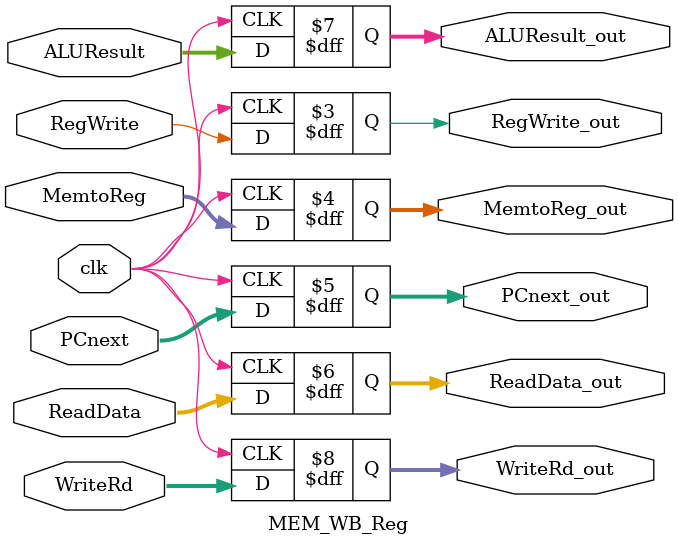
<source format=v>
`timescale 1ns / 1ps


module MEM_WB_Reg(
    input wire clk,
    input wire RegWrite, // WB1
    input wire[1:0] MemtoReg, //WB2
    input wire[31:0] PCnext,
    input wire[31:0] ReadData,
    input wire[31:0] ALUResult,
    input wire[4:0] WriteRd,
    output reg RegWrite_out, // WB1
    output reg[1:0] MemtoReg_out, // WB2
    output reg[31:0] PCnext_out,
    output reg[31:0] ReadData_out,
    output reg[31:0] ALUResult_out,
    output reg[4:0] WriteRd_out
    );

    initial begin
        RegWrite_out = 1'b0;
        MemtoReg_out = 2'b0;
        PCnext_out = 32'b0;
        ReadData_out = 32'b0;
        ALUResult_out = 32'b0;
        WriteRd_out = 5'b0;
    end

    always @(posedge clk ) begin
        RegWrite_out <= RegWrite;
        MemtoReg_out <= MemtoReg;
        PCnext_out <= PCnext;
        ReadData_out <= ReadData;
        ALUResult_out <= ALUResult;
        WriteRd_out <= WriteRd;
    end
endmodule

</source>
